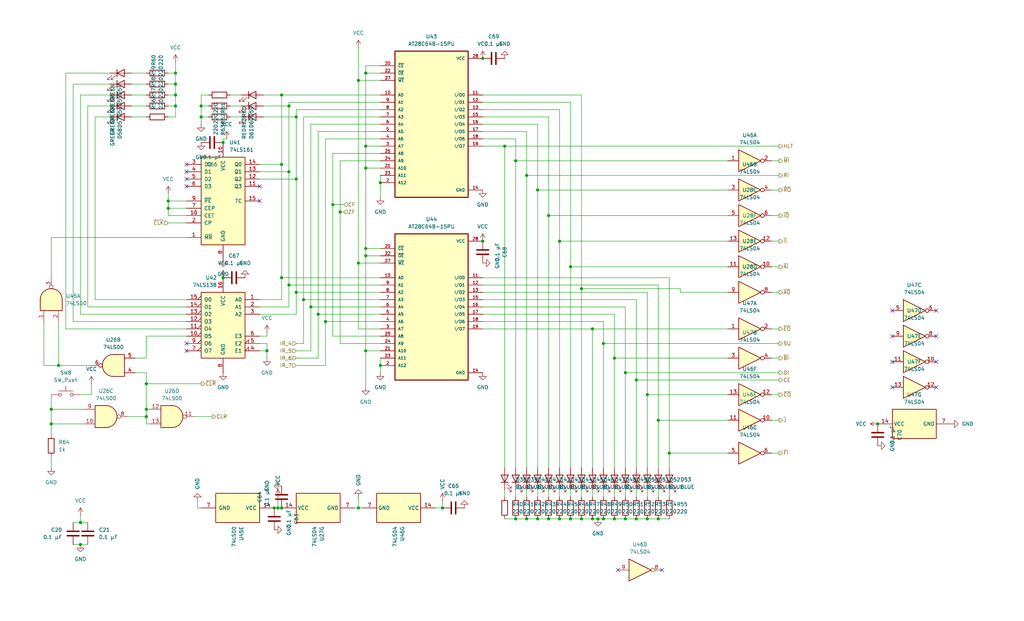
<source format=kicad_sch>
(kicad_sch (version 20250114) (generator "eeschema") (generator_version "9.0")
  (paper "USLegal")
  (junction (at 213.36 180.34))
  (junction (at 100.33 99.06))
  (junction (at 194.31 83.82))
  (junction (at 60.96 29.21))
  (junction (at 58.42 69.85))
  (junction (at 201.93 100.33))
  (junction (at 102.87 101.6))
  (junction (at 167.64 83.82))
  (junction (at 100.33 59.69))
  (junction (at 97.79 57.15))
  (junction (at 102.87 40.64))
  (junction (at 124.46 176.53))
  (junction (at 20.32 127))
  (junction (at 127 86.36))
  (junction (at 190.5 74.93))
  (junction (at 118.11 73.66))
  (junction (at 186.69 180.34))
  (junction (at 232.41 157.48))
  (junction (at 17.78 142.24))
  (junction (at 205.74 114.3))
  (junction (at 95.25 176.53))
  (junction (at 124.46 91.44))
  (junction (at 201.93 180.34))
  (junction (at 127 121.92))
  (junction (at 113.03 111.76))
  (junction (at 228.6 146.05))
  (junction (at 96.52 176.53))
  (junction (at 182.88 60.96))
  (junction (at 69.85 36.83))
  (junction (at 102.87 62.23))
  (junction (at 198.12 180.34))
  (junction (at 182.88 180.34))
  (junction (at 60.96 33.02))
  (junction (at 205.74 180.34))
  (junction (at 92.71 121.92))
  (junction (at 69.85 40.64))
  (junction (at 179.07 55.88))
  (junction (at 179.07 180.34))
  (junction (at 190.5 180.34))
  (junction (at 186.69 66.04))
  (junction (at 209.55 180.34))
  (junction (at 77.47 96.52))
  (junction (at 228.6 180.34))
  (junction (at 27.94 181.61))
  (junction (at 224.79 180.34))
  (junction (at 110.49 109.22))
  (junction (at 60.96 25.4))
  (junction (at 175.26 50.8))
  (junction (at 115.57 71.12))
  (junction (at 217.17 180.34))
  (junction (at 127 25.4))
  (junction (at 50.8 133.35))
  (junction (at 17.78 147.32))
  (junction (at 304.8 147.32))
  (junction (at 220.98 180.34))
  (junction (at 50.8 142.24))
  (junction (at 97.79 96.52))
  (junction (at 213.36 124.46))
  (junction (at 167.64 20.32))
  (junction (at 60.96 36.83))
  (junction (at 97.79 33.02))
  (junction (at 105.41 104.14))
  (junction (at 50.8 144.78))
  (junction (at 132.08 127))
  (junction (at 97.79 176.53))
  (junction (at 224.79 137.16))
  (junction (at 107.95 106.68))
  (junction (at 100.33 36.83))
  (junction (at 27.94 189.23))
  (junction (at 127 88.9))
  (junction (at 124.46 27.94))
  (junction (at 77.47 49.53))
  (junction (at 207.6408 180.34))
  (junction (at 127 50.8))
  (junction (at 209.55 119.38))
  (junction (at 153.67 176.53))
  (junction (at 220.98 132.08))
  (junction (at 127 58.42))
  (junction (at 217.17 129.54))
  (junction (at 132.08 63.5))
  (junction (at 198.12 92.71))
  (junction (at 194.31 180.34))
  (junction (at 58.42 72.39))
  (no_connect (at 325.12 125.73))
  (no_connect (at 309.88 125.73))
  (no_connect (at 64.77 121.92))
  (no_connect (at 229.87 198.12))
  (no_connect (at 325.12 134.62))
  (no_connect (at 90.17 69.85))
  (no_connect (at 64.77 59.69))
  (no_connect (at 64.77 64.77))
  (no_connect (at 64.77 57.15))
  (no_connect (at 309.88 107.95))
  (no_connect (at 309.88 116.84))
  (no_connect (at 90.17 64.77))
  (no_connect (at 309.88 134.62))
  (no_connect (at 64.77 62.23))
  (no_connect (at 64.77 119.38))
  (no_connect (at 214.63 198.12))
  (no_connect (at 325.12 107.95))
  (no_connect (at 325.12 116.84))
  (wire (pts (xy 90.17 59.69) (xy 100.33 59.69)))
  (wire (pts (xy 132.08 48.26) (xy 113.03 48.26)))
  (wire (pts (xy 228.6 99.06) (xy 228.6 146.05)))
  (wire (pts (xy 151.13 176.53) (xy 153.67 176.53)))
  (wire (pts (xy 201.93 100.33) (xy 236.22 100.33)))
  (wire (pts (xy 115.57 71.12) (xy 119.38 71.12)))
  (wire (pts (xy 186.69 43.18) (xy 186.69 66.04)))
  (wire (pts (xy 60.96 33.02) (xy 60.96 36.83)))
  (wire (pts (xy 50.8 129.54) (xy 46.99 129.54)))
  (wire (pts (xy 198.12 92.71) (xy 252.73 92.71)))
  (wire (pts (xy 224.79 170.18) (xy 224.79 172.72)))
  (wire (pts (xy 45.72 25.4) (xy 50.8 25.4)))
  (wire (pts (xy 201.93 170.18) (xy 201.93 172.72)))
  (wire (pts (xy 80.01 33.02) (xy 83.82 33.02)))
  (wire (pts (xy 132.08 63.5) (xy 132.08 68.58)))
  (wire (pts (xy 110.49 45.72) (xy 132.08 45.72)))
  (wire (pts (xy 22.86 114.3) (xy 22.86 25.4)))
  (wire (pts (xy 167.64 50.8) (xy 175.26 50.8)))
  (wire (pts (xy 267.97 74.93) (xy 270.51 74.93)))
  (wire (pts (xy 190.5 74.93) (xy 190.5 162.56)))
  (wire (pts (xy 232.41 170.18) (xy 232.41 172.72)))
  (wire (pts (xy 102.87 109.22) (xy 102.87 101.6)))
  (wire (pts (xy 25.4 189.23) (xy 27.94 189.23)))
  (wire (pts (xy 209.55 180.34) (xy 213.36 180.34)))
  (wire (pts (xy 132.08 121.92) (xy 127 121.92)))
  (wire (pts (xy 267.97 137.16) (xy 270.51 137.16)))
  (wire (pts (xy 17.78 142.24) (xy 17.78 147.32)))
  (wire (pts (xy 267.97 83.82) (xy 270.51 83.82)))
  (wire (pts (xy 64.77 104.14) (xy 33.02 104.14)))
  (wire (pts (xy 220.98 170.18) (xy 220.98 172.72)))
  (wire (pts (xy 102.87 38.1) (xy 102.87 40.64)))
  (wire (pts (xy 267.97 66.04) (xy 270.51 66.04)))
  (wire (pts (xy 100.33 106.68) (xy 100.33 99.06)))
  (wire (pts (xy 232.41 96.52) (xy 167.64 96.52)))
  (wire (pts (xy 224.79 101.6) (xy 167.64 101.6)))
  (wire (pts (xy 252.73 137.16) (xy 224.79 137.16)))
  (wire (pts (xy 105.41 119.38) (xy 105.41 104.14)))
  (wire (pts (xy 220.98 180.34) (xy 224.79 180.34)))
  (wire (pts (xy 217.17 180.34) (xy 220.98 180.34)))
  (wire (pts (xy 209.55 170.18) (xy 209.55 172.72)))
  (wire (pts (xy 127 22.86) (xy 127 25.4)))
  (wire (pts (xy 190.5 180.34) (xy 194.31 180.34)))
  (wire (pts (xy 228.6 180.34) (xy 232.41 180.34)))
  (wire (pts (xy 179.07 170.18) (xy 179.07 172.72)))
  (wire (pts (xy 186.69 66.04) (xy 186.69 162.56)))
  (wire (pts (xy 69.85 176.53) (xy 68.58 176.53)))
  (wire (pts (xy 132.08 91.44) (xy 124.46 91.44)))
  (wire (pts (xy 132.08 60.96) (xy 132.08 63.5)))
  (wire (pts (xy 179.07 180.34) (xy 182.88 180.34)))
  (wire (pts (xy 91.44 40.64) (xy 102.87 40.64)))
  (wire (pts (xy 64.77 74.93) (xy 58.42 74.93)))
  (wire (pts (xy 167.64 104.14) (xy 220.98 104.14)))
  (wire (pts (xy 17.78 96.52) (xy 17.78 82.55)))
  (wire (pts (xy 252.73 146.05) (xy 228.6 146.05)))
  (wire (pts (xy 58.42 69.85) (xy 64.77 69.85)))
  (wire (pts (xy 38.1 36.83) (xy 30.48 36.83)))
  (wire (pts (xy 118.11 119.38) (xy 132.08 119.38)))
  (wire (pts (xy 217.17 106.68) (xy 167.64 106.68)))
  (wire (pts (xy 132.08 27.94) (xy 124.46 27.94)))
  (wire (pts (xy 115.57 116.84) (xy 115.57 71.12)))
  (wire (pts (xy 213.36 124.46) (xy 213.36 162.56)))
  (wire (pts (xy 52.07 147.32) (xy 50.8 147.32)))
  (wire (pts (xy 132.08 116.84) (xy 115.57 116.84)))
  (wire (pts (xy 167.64 48.26) (xy 179.07 48.26)))
  (wire (pts (xy 50.8 124.46) (xy 46.99 124.46)))
  (wire (pts (xy 198.12 180.34) (xy 201.93 180.34)))
  (wire (pts (xy 113.03 111.76) (xy 132.08 111.76)))
  (wire (pts (xy 167.64 43.18) (xy 186.69 43.18)))
  (wire (pts (xy 58.42 72.39) (xy 64.77 72.39)))
  (wire (pts (xy 27.94 189.23) (xy 30.48 189.23)))
  (wire (pts (xy 102.87 124.46) (xy 110.49 124.46)))
  (wire (pts (xy 220.98 104.14) (xy 220.98 132.08)))
  (wire (pts (xy 175.26 170.18) (xy 175.26 172.72)))
  (wire (pts (xy 201.93 180.34) (xy 205.74 180.34)))
  (wire (pts (xy 17.78 147.32) (xy 17.78 151.13)))
  (wire (pts (xy 198.12 92.71) (xy 198.12 35.56)))
  (wire (pts (xy 20.32 127) (xy 31.75 127)))
  (wire (pts (xy 182.88 45.72) (xy 182.88 60.96)))
  (wire (pts (xy 92.71 121.92) (xy 92.71 124.46)))
  (wire (pts (xy 267.97 157.48) (xy 270.51 157.48)))
  (wire (pts (xy 167.64 114.3) (xy 205.74 114.3)))
  (wire (pts (xy 60.96 21.59) (xy 60.96 25.4)))
  (wire (pts (xy 90.17 119.38) (xy 92.71 119.38)))
  (wire (pts (xy 50.8 142.24) (xy 52.07 142.24)))
  (wire (pts (xy 198.12 35.56) (xy 167.64 35.56)))
  (wire (pts (xy 30.48 106.68) (xy 64.77 106.68)))
  (wire (pts (xy 252.73 124.46) (xy 213.36 124.46)))
  (wire (pts (xy 118.11 73.66) (xy 118.11 119.38)))
  (wire (pts (xy 132.08 86.36) (xy 127 86.36)))
  (wire (pts (xy 27.94 33.02) (xy 38.1 33.02)))
  (wire (pts (xy 182.88 170.18) (xy 182.88 172.72)))
  (wire (pts (xy 132.08 114.3) (xy 124.46 114.3)))
  (wire (pts (xy 50.8 142.24) (xy 50.8 144.78)))
  (wire (pts (xy 132.08 88.9) (xy 127 88.9)))
  (wire (pts (xy 72.39 33.02) (xy 69.85 33.02)))
  (wire (pts (xy 50.8 116.84) (xy 50.8 124.46)))
  (wire (pts (xy 190.5 40.64) (xy 190.5 74.93)))
  (wire (pts (xy 132.08 38.1) (xy 102.87 38.1)))
  (wire (pts (xy 27.94 137.16) (xy 31.75 137.16)))
  (wire (pts (xy 228.6 146.05) (xy 228.6 162.56)))
  (wire (pts (xy 100.33 99.06) (xy 100.33 59.69)))
  (wire (pts (xy 132.08 99.06) (xy 100.33 99.06)))
  (wire (pts (xy 267.97 124.46) (xy 270.51 124.46)))
  (wire (pts (xy 27.94 181.61) (xy 25.4 181.61)))
  (wire (pts (xy 90.17 116.84) (xy 92.71 116.84)))
  (wire (pts (xy 60.96 25.4) (xy 60.96 29.21)))
  (wire (pts (xy 90.17 121.92) (xy 92.71 121.92)))
  (wire (pts (xy 125.73 176.53) (xy 124.46 176.53)))
  (wire (pts (xy 25.4 111.76) (xy 64.77 111.76)))
  (wire (pts (xy 209.55 111.76) (xy 209.55 119.38)))
  (wire (pts (xy 27.94 109.22) (xy 27.94 33.02)))
  (wire (pts (xy 270.51 119.38) (xy 209.55 119.38)))
  (wire (pts (xy 105.41 104.14) (xy 105.41 40.64)))
  (wire (pts (xy 267.97 92.71) (xy 270.51 92.71)))
  (wire (pts (xy 252.73 55.88) (xy 179.07 55.88)))
  (wire (pts (xy 198.12 170.18) (xy 198.12 172.72)))
  (wire (pts (xy 96.52 176.53) (xy 96.52 172.72)))
  (wire (pts (xy 15.24 127) (xy 20.32 127)))
  (wire (pts (xy 17.78 158.75) (xy 17.78 162.56)))
  (wire (pts (xy 102.87 101.6) (xy 132.08 101.6)))
  (wire (pts (xy 127 58.42) (xy 132.08 58.42)))
  (wire (pts (xy 90.17 106.68) (xy 100.33 106.68)))
  (wire (pts (xy 33.02 40.64) (xy 38.1 40.64)))
  (wire (pts (xy 153.67 176.53) (xy 153.67 173.99)))
  (wire (pts (xy 127 58.42) (xy 127 86.36)))
  (wire (pts (xy 97.79 33.02) (xy 97.79 57.15)))
  (wire (pts (xy 252.73 74.93) (xy 190.5 74.93)))
  (wire (pts (xy 30.48 36.83) (xy 30.48 106.68)))
  (wire (pts (xy 80.01 40.64) (xy 83.82 40.64)))
  (wire (pts (xy 50.8 144.78) (xy 50.8 147.32)))
  (wire (pts (xy 201.93 100.33) (xy 201.93 162.56)))
  (wire (pts (xy 220.98 132.08) (xy 220.98 162.56)))
  (wire (pts (xy 123.19 176.53) (xy 124.46 176.53)))
  (wire (pts (xy 132.08 104.14) (xy 105.41 104.14)))
  (wire (pts (xy 110.49 109.22) (xy 110.49 45.72)))
  (wire (pts (xy 97.79 57.15) (xy 97.79 96.52)))
  (wire (pts (xy 15.24 127) (xy 15.24 111.76)))
  (wire (pts (xy 167.64 38.1) (xy 194.31 38.1)))
  (wire (pts (xy 69.85 33.02) (xy 69.85 36.83)))
  (wire (pts (xy 115.57 71.12) (xy 115.57 53.34)))
  (wire (pts (xy 127 25.4) (xy 127 50.8)))
  (wire (pts (xy 17.78 137.16) (xy 17.78 142.24)))
  (wire (pts (xy 267.97 114.3) (xy 270.51 114.3)))
  (wire (pts (xy 132.08 109.22) (xy 110.49 109.22)))
  (wire (pts (xy 132.08 25.4) (xy 127 25.4)))
  (wire (pts (xy 58.42 40.64) (xy 60.96 40.64)))
  (wire (pts (xy 167.64 33.02) (xy 201.93 33.02)))
  (wire (pts (xy 124.46 176.53) (xy 124.46 172.72)))
  (wire (pts (xy 267.97 146.05) (xy 270.51 146.05)))
  (wire (pts (xy 45.72 40.64) (xy 50.8 40.64)))
  (wire (pts (xy 102.87 121.92) (xy 107.95 121.92)))
  (wire (pts (xy 232.41 157.48) (xy 232.41 96.52)))
  (wire (pts (xy 60.96 36.83) (xy 60.96 40.64)))
  (wire (pts (xy 96.52 176.53) (xy 95.25 176.53)))
  (wire (pts (xy 217.17 162.56) (xy 217.17 129.54)))
  (wire (pts (xy 270.51 60.96) (xy 182.88 60.96)))
  (wire (pts (xy 27.94 181.61) (xy 27.94 179.07)))
  (wire (pts (xy 252.73 66.04) (xy 186.69 66.04)))
  (wire (pts (xy 100.33 35.56) (xy 100.33 36.83)))
  (wire (pts (xy 132.08 127) (xy 132.08 129.54)))
  (wire (pts (xy 167.64 99.06) (xy 228.6 99.06)))
  (wire (pts (xy 205.74 114.3) (xy 205.74 162.56)))
  (wire (pts (xy 205.74 170.18) (xy 205.74 172.72)))
  (wire (pts (xy 80.01 36.83) (xy 83.82 36.83)))
  (wire (pts (xy 58.42 77.47) (xy 64.77 77.47)))
  (wire (pts (xy 78.74 48.26) (xy 77.47 48.26)))
  (wire (pts (xy 217.17 129.54) (xy 270.51 129.54)))
  (wire (pts (xy 91.44 33.02) (xy 97.79 33.02)))
  (wire (pts (xy 179.07 55.88) (xy 179.07 162.56)))
  (wire (pts (xy 127 50.8) (xy 127 58.42)))
  (wire (pts (xy 69.85 36.83) (xy 72.39 36.83)))
  (wire (pts (xy 69.85 36.83) (xy 69.85 40.64)))
  (wire (pts (xy 113.03 48.26) (xy 113.03 111.76)))
  (wire (pts (xy 252.73 101.6) (xy 236.22 101.6)))
  (wire (pts (xy 58.42 72.39) (xy 58.42 69.85)))
  (wire (pts (xy 100.33 36.83) (xy 100.33 59.69)))
  (wire (pts (xy 107.95 121.92) (xy 107.95 106.68)))
  (wire (pts (xy 100.33 35.56) (xy 132.08 35.56)))
  (wire (pts (xy 90.17 104.14) (xy 97.79 104.14)))
  (wire (pts (xy 209.55 119.38) (xy 209.55 162.56)))
  (wire (pts (xy 45.72 33.02) (xy 50.8 33.02)))
  (wire (pts (xy 194.31 180.34) (xy 198.12 180.34)))
  (wire (pts (xy 224.79 137.16) (xy 224.79 162.56)))
  (wire (pts (xy 33.02 104.14) (xy 33.02 40.64)))
  (wire (pts (xy 213.36 170.18) (xy 213.36 172.72)))
  (wire (pts (xy 27.94 181.61) (xy 30.48 181.61)))
  (wire (pts (xy 201.93 33.02) (xy 201.93 100.33)))
  (wire (pts (xy 190.5 170.18) (xy 190.5 172.72)))
  (wire (pts (xy 58.42 33.02) (xy 60.96 33.02)))
  (wire (pts (xy 194.31 83.82) (xy 252.73 83.82)))
  (wire (pts (xy 64.77 114.3) (xy 22.86 114.3)))
  (wire (pts (xy 232.41 162.56) (xy 232.41 157.48)))
  (wire (pts (xy 232.41 157.48) (xy 252.73 157.48)))
  (wire (pts (xy 127 121.92) (xy 127 134.62)))
  (wire (pts (xy 50.8 129.54) (xy 50.8 133.35)))
  (wire (pts (xy 167.64 109.22) (xy 213.36 109.22)))
  (wire (pts (xy 97.79 96.52) (xy 132.08 96.52)))
  (wire (pts (xy 91.44 36.83) (xy 100.33 36.83)))
  (wire (pts (xy 113.03 127) (xy 113.03 111.76)))
  (wire (pts (xy 115.57 53.34) (xy 132.08 53.34)))
  (wire (pts (xy 224.79 180.34) (xy 228.6 180.34)))
  (wire (pts (xy 124.46 16.51) (xy 124.46 27.94)))
  (wire (pts (xy 58.42 69.85) (xy 58.42 67.31)))
  (wire (pts (xy 127 86.36) (xy 127 88.9)))
  (wire (pts (xy 132.08 55.88) (xy 118.11 55.88)))
  (wire (pts (xy 22.86 25.4) (xy 38.1 25.4)))
  (wire (pts (xy 224.79 101.6) (xy 224.79 137.16)))
  (wire (pts (xy 217.17 170.18) (xy 217.17 172.72)))
  (wire (pts (xy 67.31 144.78) (xy 73.66 144.78)))
  (wire (pts (xy 25.4 29.21) (xy 25.4 111.76)))
  (wire (pts (xy 90.17 57.15) (xy 97.79 57.15)))
  (wire (pts (xy 29.21 142.24) (xy 17.78 142.24)))
  (wire (pts (xy 118.11 73.66) (xy 119.38 73.66)))
  (wire (pts (xy 207.6408 180.34) (xy 209.55 180.34)))
  (wire (pts (xy 102.87 62.23) (xy 102.87 101.6)))
  (wire (pts (xy 90.17 109.22) (xy 102.87 109.22)))
  (wire (pts (xy 58.42 29.21) (xy 60.96 29.21)))
  (wire (pts (xy 194.31 38.1) (xy 194.31 83.82)))
  (wire (pts (xy 213.36 109.22) (xy 213.36 124.46)))
  (wire (pts (xy 58.42 74.93) (xy 58.42 72.39)))
  (wire (pts (xy 50.8 133.35) (xy 50.8 142.24)))
  (wire (pts (xy 190.5 40.64) (xy 167.64 40.64)))
  (wire (pts (xy 69.85 133.35) (xy 50.8 133.35)))
  (wire (pts (xy 213.36 180.34) (xy 217.17 180.34)))
  (wire (pts (xy 92.71 116.84) (xy 92.71 115.57)))
  (wire (pts (xy 107.95 106.68) (xy 132.08 106.68)))
  (wire (pts (xy 198.12 92.71) (xy 198.12 162.56)))
  (wire (pts (xy 45.72 29.21) (xy 50.8 29.21)))
  (wire (pts (xy 102.87 40.64) (xy 102.87 62.23)))
  (wire (pts (xy 217.17 129.54) (xy 217.17 106.68)))
  (wire (pts (xy 68.58 176.53) (xy 68.58 173.99)))
  (wire (pts (xy 58.42 36.83) (xy 60.96 36.83)))
  (wire (pts (xy 20.32 111.76) (xy 20.32 127)))
  (wire (pts (xy 102.87 119.38) (xy 105.41 119.38)))
  (wire (pts (xy 132.08 124.46) (xy 132.08 127)))
  (wire (pts (xy 124.46 27.94) (xy 124.46 91.44)))
  (wire (pts (xy 110.49 124.46) (xy 110.49 109.22)))
  (wire (pts (xy 132.08 33.02) (xy 97.79 33.02)))
  (wire (pts (xy 182.88 180.34) (xy 186.69 180.34)))
  (wire (pts (xy 179.07 48.26) (xy 179.07 55.88)))
  (wire (pts (xy 118.11 55.88) (xy 118.11 73.66)))
  (wire (pts (xy 175.26 180.34) (xy 179.07 180.34)))
  (wire (pts (xy 105.41 40.64) (xy 132.08 40.64)))
  (wire (pts (xy 58.42 25.4) (xy 60.96 25.4)))
  (wire (pts (xy 77.47 48.26) (xy 77.47 49.53)))
  (wire (pts (xy 209.55 111.76) (xy 167.64 111.76)))
  (wire (pts (xy 186.69 180.34) (xy 190.5 180.34)))
  (wire (pts (xy 252.73 114.3) (xy 205.74 114.3)))
  (wire (pts (xy 102.87 127) (xy 113.03 127)))
  (wire (pts (xy 44.45 144.78) (xy 50.8 144.78)))
  (wire (pts (xy 132.08 50.8) (xy 127 50.8)))
  (wire (pts (xy 45.72 36.83) (xy 50.8 36.83)))
  (wire (pts (xy 205.74 180.34) (xy 207.6408 180.34)))
  (wire (pts (xy 31.75 137.16) (xy 31.75 133.35)))
  (wire (pts (xy 38.1 29.21) (xy 25.4 29.21)))
  (wire (pts (xy 107.95 43.18) (xy 107.95 106.68)))
  (wire (pts (xy 194.31 170.18) (xy 194.31 172.72)))
  (wire (pts (xy 186.69 170.18) (xy 186.69 172.72)))
  (wire (pts (xy 17.78 147.32) (xy 29.21 147.32)))
  (wire (pts (xy 92.71 119.38) (xy 92.71 121.92)))
  (wire (pts (xy 132.08 43.18) (xy 107.95 43.18)))
  (wire (pts (xy 124.46 114.3) (xy 124.46 91.44)))
  (wire (pts (xy 175.26 50.8) (xy 270.51 50.8)))
  (wire (pts (xy 175.26 50.8) (xy 175.26 162.56)))
  (wire (pts (xy 17.78 82.55) (xy 64.77 82.55)))
  (wire (pts (xy 228.6 170.18) (xy 228.6 172.72)))
  (wire (pts (xy 97.79 176.53) (xy 96.52 176.53)))
  (wire (pts (xy 132.08 22.86) (xy 127 22.86)))
  (wire (pts (xy 97.79 104.14) (xy 97.79 96.52)))
  (wire (pts (xy 182.88 45.72) (xy 167.64 45.72)))
  (wire (pts (xy 182.88 60.96) (xy 182.88 162.56)))
  (wire (pts (xy 69.85 40.64) (xy 72.39 40.64)))
  (wire (pts (xy 64.77 116.84) (xy 50.8 116.84)))
  (wire (pts (xy 267.97 101.6) (xy 270.51 101.6)))
  (wire (pts (xy 267.97 55.88) (xy 270.51 55.88)))
  (wire (pts (xy 236.22 101.6) (xy 236.22 100.33)))
  (wire (pts (xy 127 88.9) (xy 127 121.92)))
  (wire (pts (xy 270.51 132.08) (xy 220.98 132.08)))
  (wire (pts (xy 194.31 83.82) (xy 194.31 162.56)))
  (wire (pts (xy 64.77 109.22) (xy 27.94 109.22)))
  (wire (pts (xy 90.17 62.23) (xy 102.87 62.23)))
  (wire (pts (xy 60.96 29.21) (xy 60.96 33.02)))
  (wire (pts (xy 69.85 40.64) (xy 69.85 43.18)))
  (hierarchical_label "HLT" (shape output) (at 270.51 50.8 0))
  (hierarchical_label "CE" (shape output) (at 270.51 132.08 0))
  (hierarchical_label "~{FI}" (shape output) (at 270.51 157.48 0))
  (hierarchical_label "SU" (shape output) (at 270.51 119.38 0))
  (hierarchical_label "~{CO}" (shape output) (at 270.51 137.16 0))
  (hierarchical_label "~{EO}" (shape output) (at 270.51 114.3 0))
  (hierarchical_label "~{II}" (shape output) (at 270.51 83.82 0))
  (hierarchical_label "OI" (shape output) (at 270.51 129.54 0))
  (hierarchical_label "~{IO}" (shape output) (at 270.51 74.93 0))
  (hierarchical_label "IR_5" (shape input) (at 102.87 121.92 180))
  (hierarchical_label "~{CLK}" (shape input) (at 58.42 77.47 180))
  (hierarchical_label "~{MI}" (shape output) (at 270.51 55.88 0))
  (hierarchical_label "~{RO}" (shape output) (at 270.51 66.04 0))
  (hierarchical_label "~{BI}" (shape output) (at 270.51 124.46 0))
  (hierarchical_label "~{CLR}" (shape output) (at 69.85 133.35 0))
  (hierarchical_label "IR_7" (shape input) (at 102.87 127 180))
  (hierarchical_label "CF" (shape input) (at 119.38 71.12 0))
  (hierarchical_label "IR_6" (shape input) (at 102.87 124.46 180))
  (hierarchical_label "RI" (shape output) (at 270.51 60.96 0))
  (hierarchical_label "~{AO}" (shape output) (at 270.51 101.6 0))
  (hierarchical_label "IR_4" (shape input) (at 102.87 119.38 180))
  (hierarchical_label "~{J}" (shape output) (at 270.51 146.05 0))
  (hierarchical_label "CLR" (shape output) (at 73.66 144.78 0))
  (hierarchical_label "ZF" (shape input) (at 119.38 73.66 0))
  (hierarchical_label "~{AI}" (shape output) (at 270.51 92.71 0))
  (symbol (lib_id "74xx:74LS04") (at 260.35 92.71 0) (unit 5)
    (property "Reference" "U28" (at 260.35 83.82 0))
    (property "Value" "74LS04" (at 260.35 86.36 0))
    (property "Footprint" "Custom:N14" (effects (hide yes)))
    (property "Datasheet" "http://www.ti.com/lit/gpn/sn74LS04" (effects (hide yes)))
    (property "Description" "Hex Inverter" (effects (hide yes)))
  )
  (symbol (lib_id "Device:C") (at 167.64 87.63 0) (unit 1)
    (property "Reference" "C68" (at 175.26 87.63 90))
    (property "Value" "0.1 µF" (at 172.72 87.63 90))
    (property "Footprint" "Capacitor_THT:C_Radial_D5.0mm_H5.0mm_P2.00mm" (effects (hide yes)))
    (property "Description" "Unpolarized capacitor" (effects (hide yes)))
  )
  (symbol (lib_id "power:GND") (at 127 134.62 0) (unit 1)
    (property "Reference" "#PWR081" (effects (hide yes)))
    (property "Value" "GND" (at 127 139.7 0))
    (property "Description" "Power symbol creates a global label with name \"GND\" , ground" (effects (hide yes)))
  )
  (symbol (lib_id "Device:LED") (at 41.91 25.4 0) (unit 1)
    (property "Reference" "D54" (at 41.5926 29.21 90) (effects (justify right)))
    (property "Value" "GREEN" (at 39.0526 29.21 90) (effects (justify right)))
    (property "Footprint" "LED_THT:LED_D3.0mm" (effects (hide yes)))
    (property "Description" "Light emitting diode" (effects (hide yes)))
    (property "Sim.Pins" "1=K 2=A" (effects (hide yes)))
  )
  (symbol (lib_id "Device:LED") (at 41.91 36.83 0) (unit 1)
    (property "Reference" "D57" (at 41.5926 40.64 90) (effects (justify right)))
    (property "Value" "GREEN" (at 39.0526 40.64 90) (effects (justify right)))
    (property "Footprint" "LED_THT:LED_D3.0mm" (effects (hide yes)))
    (property "Description" "Light emitting diode" (effects (hide yes)))
    (property "Sim.Pins" "1=K 2=A" (effects (hide yes)))
  )
  (symbol (lib_id "Device:LED") (at 224.79 166.37 90) (unit 1)
    (property "Reference" "D51" (at 228.6 166.6874 90) (effects (justify right)))
    (property "Value" "BLUE" (at 228.6 169.2274 90) (effects (justify right)))
    (property "Footprint" "LED_THT:LED_D3.0mm" (effects (hide yes)))
    (property "Description" "Light emitting diode" (effects (hide yes)))
    (property "Sim.Pins" "1=K 2=A" (effects (hide yes)))
  )
  (symbol (lib_id "Device:R") (at 217.17 176.53 0) (unit 1)
    (property "Reference" "R51" (at 219.71 175.2599 0) (effects (justify left)))
    (property "Value" "220" (at 219.71 177.7999 0) (effects (justify left)))
    (property "Footprint" "Resistor_THT:R_Axial_DIN0207_L6.3mm_D2.5mm_P7.62mm_Horizontal" (effects (hide yes)))
    (property "Description" "Resistor" (effects (hide yes)))
  )
  (symbol (lib_id "74xx:74LS04") (at 222.25 198.12 0) (unit 4)
    (property "Reference" "U46" (at 222.25 189.23 0))
    (property "Value" "74LS04" (at 222.25 191.77 0))
    (property "Footprint" "Custom:N14" (effects (hide yes)))
    (property "Datasheet" "http://www.ti.com/lit/gpn/sn74LS04" (effects (hide yes)))
    (property "Description" "Hex Inverter" (effects (hide yes)))
  )
  (symbol (lib_id "74xx:74LS00") (at 36.83 144.78 0) (unit 3)
    (property "Reference" "U26" (at 36.8217 135.89 0))
    (property "Value" "74LS00" (at 36.8217 138.43 0))
    (property "Footprint" "Custom:N14" (effects (hide yes)))
    (property "Datasheet" "http://www.ti.com/lit/gpn/sn74ls00" (effects (hide yes)))
    (property "Description" "quad 2-input NAND gate" (effects (hide yes)))
  )
  (symbol (lib_id "Device:R") (at 186.69 176.53 0) (unit 1)
    (property "Reference" "R43" (at 189.23 175.2599 0) (effects (justify left)))
    (property "Value" "220" (at 189.23 177.7999 0) (effects (justify left)))
    (property "Footprint" "Resistor_THT:R_Axial_DIN0207_L6.3mm_D2.5mm_P7.62mm_Horizontal" (effects (hide yes)))
    (property "Description" "Resistor" (effects (hide yes)))
  )
  (symbol (lib_id "Device:R") (at 54.61 40.64 90) (unit 1)
    (property "Reference" "R56" (at 53.3399 38.1 0) (effects (justify left)))
    (property "Value" "220" (at 55.8799 38.1 0) (effects (justify left)))
    (property "Footprint" "Resistor_THT:R_Axial_DIN0207_L6.3mm_D2.5mm_P7.62mm_Horizontal" (effects (hide yes)))
    (property "Description" "Resistor" (effects (hide yes)))
  )
  (symbol (lib_id "power:VCC") (at 78.74 48.26 0) (unit 1)
    (property "Reference" "#PWR0161" (effects (hide yes)))
    (property "Value" "VCC" (at 78.74 43.18 0))
    (property "Description" "Power symbol creates a global label with name \"VCC\"" (effects (hide yes)))
  )
  (symbol (lib_id "power:GND") (at 167.64 129.54 0) (unit 1)
    (property "Reference" "#PWR096" (effects (hide yes)))
    (property "Value" "GND" (at 167.64 134.62 0))
    (property "Description" "Power symbol creates a global label with name \"GND\" , ground" (effects (hide yes)))
  )
  (symbol (lib_name "VCC_1") (lib_id "power:VCC") (at 60.96 21.59 0) (unit 1)
    (property "Reference" "#PWR086" (effects (hide yes)))
    (property "Value" "VCC" (at 60.96 16.51 0))
    (property "Description" "Power symbol creates a global label with name \"VCC\"" (effects (hide yes)))
  )
  (symbol (lib_id "AT28C64B-15PU:AT28C64B-15PU") (at 149.86 106.68 0) (unit 1)
    (property "Reference" "U44" (at 149.86 76.2 0))
    (property "Value" "AT28C64B-15PU" (at 149.86 78.74 0))
    (property "Footprint" "AT28C64B_15PU:DIP1555W45P254L3733H482Q28" (effects (hide yes)))
    (property "Datasheet" "https://ww1.microchip.com/downloads/en/DeviceDoc/doc0270.pdf" (effects (hide yes)))
    (property "PARTREV" "B" (effects (hide yes)))
    (property "STANDARD" "IPC 7351B" (effects (hide yes)))
    (property "MAXIMUM_PACKAGE_HEIGHT" "4.826 mm" (effects (hide yes)))
    (property "MANUFACTURER" "Microchip Technology" (effects (hide yes)))
  )
  (symbol (lib_id "power:VCC") (at 27.94 179.07 0) (unit 1)
    (property "Reference" "#PWR079" (effects (hide yes)))
    (property "Value" "VCC" (at 27.94 173.99 0))
    (property "Description" "Power symbol creates a global label with name \"VCC\"" (effects (hide yes)))
  )
  (symbol (lib_id "74xx:74LS04") (at 260.35 101.6 0) (unit 4)
    (property "Reference" "U28" (at 260.35 92.71 0))
    (property "Value" "74LS04" (at 260.35 95.25 0))
    (property "Footprint" "Custom:N14" (effects (hide yes)))
    (property "Datasheet" "http://www.ti.com/lit/gpn/sn74LS04" (effects (hide yes)))
    (property "Description" "Hex Inverter" (effects (hide yes)))
  )
  (symbol (lib_id "Device:LED") (at 228.6 166.37 90) (unit 1)
    (property "Reference" "D52" (at 232.41 166.6874 90) (effects (justify right)))
    (property "Value" "BLUE" (at 232.41 169.2274 90) (effects (justify right)))
    (property "Footprint" "LED_THT:LED_D3.0mm" (effects (hide yes)))
    (property "Description" "Light emitting diode" (effects (hide yes)))
    (property "Sim.Pins" "1=K 2=A" (effects (hide yes)))
  )
  (symbol (lib_id "Device:R") (at 224.79 176.53 0) (unit 1)
    (property "Reference" "R53" (at 227.33 175.2599 0) (effects (justify left)))
    (property "Value" "220" (at 227.33 177.7999 0) (effects (justify left)))
    (property "Footprint" "Resistor_THT:R_Axial_DIN0207_L6.3mm_D2.5mm_P7.62mm_Horizontal" (effects (hide yes)))
    (property "Description" "Resistor" (effects (hide yes)))
  )
  (symbol (lib_id "power:GND") (at 175.26 20.32 180) (unit 1)
    (property "Reference" "#PWR0214" (effects (hide yes)))
    (property "Value" "GND" (at 175.26 15.24 0))
    (property "Description" "Power symbol creates a global label with name \"GND\" , ground" (effects (hide yes)))
  )
  (symbol (lib_id "74xx:74LS04") (at 110.49 176.53 90) (unit 7)
    (property "Reference" "U27" (at 111.7601 182.88 0) (effects (justify right)))
    (property "Value" "74LS04" (at 109.2201 182.88 0) (effects (justify right)))
    (property "Footprint" "Custom:N14" (effects (hide yes)))
    (property "Datasheet" "http://www.ti.com/lit/gpn/sn74LS04" (effects (hide yes)))
    (property "Description" "Hex Inverter" (effects (hide yes)))
  )
  (symbol (lib_id "Device:LED") (at 87.63 40.64 0) (unit 1)
    (property "Reference" "D61" (at 87.3126 44.45 90) (effects (justify right)))
    (property "Value" "RED" (at 84.7726 44.45 90) (effects (justify right)))
    (property "Footprint" "LED_THT:LED_D3.0mm" (effects (hide yes)))
    (property "Description" "Light emitting diode" (effects (hide yes)))
    (property "Sim.Pins" "1=K 2=A" (effects (hide yes)))
  )
  (symbol (lib_id "Device:R") (at 54.61 25.4 90) (unit 1)
    (property "Reference" "R60" (at 53.3399 22.86 0) (effects (justify left)))
    (property "Value" "220" (at 55.8799 22.86 0) (effects (justify left)))
    (property "Footprint" "Resistor_THT:R_Axial_DIN0207_L6.3mm_D2.5mm_P7.62mm_Horizontal" (effects (hide yes)))
    (property "Description" "Resistor" (effects (hide yes)))
  )
  (symbol (lib_id "Device:LED") (at 87.63 36.83 0) (unit 1)
    (property "Reference" "D60" (at 87.3126 40.64 90) (effects (justify right)))
    (property "Value" "RED" (at 84.7726 40.64 90) (effects (justify right)))
    (property "Footprint" "LED_THT:LED_D3.0mm" (effects (hide yes)))
    (property "Description" "Light emitting diode" (effects (hide yes)))
    (property "Sim.Pins" "1=K 2=A" (effects (hide yes)))
  )
  (symbol (lib_id "74xx:74LS00") (at 39.37 127 180) (unit 2)
    (property "Reference" "U26" (at 39.3783 118.11 0))
    (property "Value" "74LS00" (at 39.3783 120.65 0))
    (property "Footprint" "Custom:N14" (effects (hide yes)))
    (property "Datasheet" "http://www.ti.com/lit/gpn/sn74ls00" (effects (hide yes)))
    (property "Description" "quad 2-input NAND gate" (effects (hide yes)))
  )
  (symbol (lib_id "Device:LED") (at 182.88 166.37 90) (unit 1)
    (property "Reference" "D40" (at 186.69 166.6874 90) (effects (justify right)))
    (property "Value" "BLUE" (at 186.69 169.2274 90) (effects (justify right)))
    (property "Footprint" "LED_THT:LED_D3.0mm" (effects (hide yes)))
    (property "Description" "Light emitting diode" (effects (hide yes)))
    (property "Sim.Pins" "1=K 2=A" (effects (hide yes)))
  )
  (symbol (lib_id "power:GND") (at 27.94 189.23 0) (unit 1)
    (property "Reference" "#PWR080" (effects (hide yes)))
    (property "Value" "GND" (at 27.94 194.31 0))
    (property "Description" "Power symbol creates a global label with name \"GND\" , ground" (effects (hide yes)))
  )
  (symbol (lib_id "Device:LED") (at 41.91 29.21 0) (unit 1)
    (property "Reference" "D55" (at 41.5926 33.02 90) (effects (justify right)))
    (property "Value" "GREEN" (at 39.0526 33.02 90) (effects (justify right)))
    (property "Footprint" "LED_THT:LED_D3.0mm" (effects (hide yes)))
    (property "Description" "Light emitting diode" (effects (hide yes)))
    (property "Sim.Pins" "1=K 2=A" (effects (hide yes)))
  )
  (symbol (lib_id "Device:LED") (at 41.91 40.64 0) (unit 1)
    (property "Reference" "D58" (at 41.5926 44.45 90) (effects (justify right)))
    (property "Value" "GREEN" (at 39.0526 44.45 90) (effects (justify right)))
    (property "Footprint" "LED_THT:LED_D3.0mm" (effects (hide yes)))
    (property "Description" "Light emitting diode" (effects (hide yes)))
    (property "Sim.Pins" "1=K 2=A" (effects (hide yes)))
  )
  (symbol (lib_id "74xx:74LS04") (at 260.35 137.16 0) (unit 6)
    (property "Reference" "U46" (at 260.35 128.27 0))
    (property "Value" "74LS04" (at 260.35 130.81 0))
    (property "Footprint" "Custom:N14" (effects (hide yes)))
    (property "Datasheet" "http://www.ti.com/lit/gpn/sn74LS04" (effects (hide yes)))
    (property "Description" "Hex Inverter" (effects (hide yes)))
  )
  (symbol (lib_id "power:VCC") (at 167.64 83.82 0) (unit 1)
    (property "Reference" "#PWR099" (effects (hide yes)))
    (property "Value" "VCC" (at 167.64 78.74 0))
    (property "Description" "Power symbol creates a global label with name \"VCC\"" (effects (hide yes)))
  )
  (symbol (lib_id "Device:LED") (at 41.91 33.02 0) (unit 1)
    (property "Reference" "D56" (at 41.5926 36.83 90) (effects (justify right)))
    (property "Value" "GREEN" (at 39.0526 36.83 90) (effects (justify right)))
    (property "Footprint" "LED_THT:LED_D3.0mm" (effects (hide yes)))
    (property "Description" "Light emitting diode" (effects (hide yes)))
    (property "Sim.Pins" "1=K 2=A" (effects (hide yes)))
  )
  (symbol (lib_id "AT28C64B-15PU:AT28C64B-15PU") (at 149.86 43.18 0) (unit 1)
    (property "Reference" "U43" (at 149.86 12.7 0))
    (property "Value" "AT28C64B-15PU" (at 149.86 15.24 0))
    (property "Footprint" "AT28C64B_15PU:DIP1555W45P254L3733H482Q28" (effects (hide yes)))
    (property "Datasheet" "https://ww1.microchip.com/downloads/en/DeviceDoc/doc0270.pdf" (effects (hide yes)))
    (property "PARTREV" "B" (effects (hide yes)))
    (property "STANDARD" "IPC 7351B" (effects (hide yes)))
    (property "MAXIMUM_PACKAGE_HEIGHT" "4.826 mm" (effects (hide yes)))
    (property "MANUFACTURER" "Microchip Technology" (effects (hide yes)))
  )
  (symbol (lib_id "power:VCC") (at 92.71 115.57 0) (unit 1)
    (property "Reference" "#PWR090" (effects (hide yes)))
    (property "Value" "VCC" (at 92.71 110.49 0))
    (property "Description" "Power symbol creates a global label with name \"VCC\"" (effects (hide yes)))
  )
  (symbol (lib_id "Device:R") (at 228.6 176.53 0) (unit 1)
    (property "Reference" "R54" (at 231.14 175.2599 0) (effects (justify left)))
    (property "Value" "220" (at 231.14 177.7999 0) (effects (justify left)))
    (property "Footprint" "Resistor_THT:R_Axial_DIN0207_L6.3mm_D2.5mm_P7.62mm_Horizontal" (effects (hide yes)))
    (property "Description" "Resistor" (effects (hide yes)))
  )
  (symbol (lib_id "Device:R") (at 179.07 176.53 0) (unit 1)
    (property "Reference" "R41" (at 181.61 175.2599 0) (effects (justify left)))
    (property "Value" "220" (at 181.61 177.7999 0) (effects (justify left)))
    (property "Footprint" "Resistor_THT:R_Axial_DIN0207_L6.3mm_D2.5mm_P7.62mm_Horizontal" (effects (hide yes)))
    (property "Description" "Resistor" (effects (hide yes)))
  )
  (symbol (lib_id "74xx:74LS04") (at 317.5 116.84 0) (unit 4)
    (property "Reference" "U47" (at 317.5 107.95 0))
    (property "Value" "74LS04" (at 317.5 110.49 0))
    (property "Footprint" "Custom:N14" (effects (hide yes)))
    (property "Datasheet" "http://www.ti.com/lit/gpn/sn74LS04" (effects (hide yes)))
    (property "Description" "Hex Inverter" (effects (hide yes)))
  )
  (symbol (lib_id "74xx:74LS04") (at 317.5 107.95 0) (unit 3)
    (property "Reference" "U47" (at 317.5 99.06 0))
    (property "Value" "74LS04" (at 317.5 101.6 0))
    (property "Footprint" "Custom:N14" (effects (hide yes)))
    (property "Datasheet" "http://www.ti.com/lit/gpn/sn74LS04" (effects (hide yes)))
    (property "Description" "Hex Inverter" (effects (hide yes)))
  )
  (symbol (lib_id "74xx:74LS04") (at 317.5 125.73 0) (unit 5)
    (property "Reference" "U47" (at 317.5 116.84 0))
    (property "Value" "74LS04" (at 317.5 119.38 0))
    (property "Footprint" "Custom:N14" (effects (hide yes)))
    (property "Datasheet" "http://www.ti.com/lit/gpn/sn74LS04" (effects (hide yes)))
    (property "Description" "Hex Inverter" (effects (hide yes)))
  )
  (symbol (lib_id "74xx:74LS04") (at 317.5 147.32 90) (unit 7)
    (property "Reference" "U47" (at 317.5 137.16 90))
    (property "Value" "74LS04" (at 317.5 139.7 90))
    (property "Footprint" "Custom:N14" (effects (hide yes)))
    (property "Datasheet" "http://www.ti.com/lit/gpn/sn74LS04" (effects (hide yes)))
    (property "Description" "Hex Inverter" (effects (hide yes)))
  )
  (symbol (lib_id "74xx:74LS04") (at 317.5 134.62 0) (unit 6)
    (property "Reference" "U47" (at 317.5 125.73 0))
    (property "Value" "74LS04" (at 317.5 128.27 0))
    (property "Footprint" "Custom:N14" (effects (hide yes)))
    (property "Datasheet" "http://www.ti.com/lit/gpn/sn74LS04" (effects (hide yes)))
    (property "Description" "Hex Inverter" (effects (hide yes)))
  )
  (symbol (lib_id "74xx:74LS04") (at 260.35 124.46 0) (unit 2)
    (property "Reference" "U47" (at 260.35 115.57 0))
    (property "Value" "74LS04" (at 260.35 118.11 0))
    (property "Footprint" "Custom:N14" (effects (hide yes)))
    (property "Datasheet" "http://www.ti.com/lit/gpn/sn74LS04" (effects (hide yes)))
    (property "Description" "Hex Inverter" (effects (hide yes)))
  )
  (symbol (lib_id "74xx:74LS04") (at 260.35 74.93 0) (unit 3)
    (property "Reference" "U28" (at 260.35 66.04 0))
    (property "Value" "74LS04" (at 260.35 68.58 0))
    (property "Footprint" "Custom:N14" (effects (hide yes)))
    (property "Datasheet" "http://www.ti.com/lit/gpn/sn74LS04" (effects (hide yes)))
    (property "Description" "Hex Inverter" (effects (hide yes)))
  )
  (symbol (lib_id "Device:LED") (at 209.55 166.37 90) (unit 1)
    (property "Reference" "D47" (at 213.36 166.6874 90) (effects (justify right)))
    (property "Value" "BLUE" (at 213.36 169.2274 90) (effects (justify right)))
    (property "Footprint" "LED_THT:LED_D3.0mm" (effects (hide yes)))
    (property "Description" "Light emitting diode" (effects (hide yes)))
    (property "Sim.Pins" "1=K 2=A" (effects (hide yes)))
  )
  (symbol (lib_id "Device:LED") (at 217.17 166.37 90) (unit 1)
    (property "Reference" "D49" (at 220.98 166.6874 90) (effects (justify right)))
    (property "Value" "BLUE" (at 220.98 169.2274 90) (effects (justify right)))
    (property "Footprint" "LED_THT:LED_D3.0mm" (effects (hide yes)))
    (property "Description" "Light emitting diode" (effects (hide yes)))
    (property "Sim.Pins" "1=K 2=A" (effects (hide yes)))
  )
  (symbol (lib_id "power:GND") (at 69.85 43.18 0) (unit 1)
    (property "Reference" "#PWR085" (effects (hide yes)))
    (property "Value" "GND" (at 69.85 48.26 0))
    (property "Description" "Power symbol creates a global label with name \"GND\" , ground" (effects (hide yes)))
  )
  (symbol (lib_id "power:GND") (at 124.46 172.72 180) (unit 1)
    (property "Reference" "#PWR094" (effects (hide yes)))
    (property "Value" "GND" (at 124.4601 168.91 90) (effects (justify right)))
    (property "Description" "Power symbol creates a global label with name \"GND\" , ground" (effects (hide yes)))
  )
  (symbol (lib_id "74xx:74LS00") (at 17.78 104.14 90) (unit 1)
    (property "Reference" "U45" (at 22.86 102.8782 90) (effects (justify right)))
    (property "Value" "74LS00" (at 22.86 105.4182 90) (effects (justify right)))
    (property "Footprint" "Custom:N14" (effects (hide yes)))
    (property "Datasheet" "http://www.ti.com/lit/gpn/sn74ls00" (effects (hide yes)))
    (property "Description" "quad 2-input NAND gate" (effects (hide yes)))
  )
  (symbol (lib_id "Device:R") (at 232.41 176.53 0) (unit 1)
    (property "Reference" "R55" (at 234.95 175.2599 0) (effects (justify left)))
    (property "Value" "220" (at 234.95 177.7999 0) (effects (justify left)))
    (property "Footprint" "Resistor_THT:R_Axial_DIN0207_L6.3mm_D2.5mm_P7.62mm_Horizontal" (effects (hide yes)))
    (property "Description" "Resistor" (effects (hide yes)))
  )
  (symbol (lib_id "power:GND") (at 77.47 129.54 0) (unit 1)
    (property "Reference" "#PWR0162" (effects (hide yes)))
    (property "Value" "GND" (at 77.47 134.62 0))
    (property "Description" "Power symbol creates a global label with name \"GND\" , ground" (effects (hide yes)))
  )
  (symbol (lib_id "Device:C") (at 81.28 96.52 90) (unit 1)
    (property "Reference" "C67" (at 81.28 88.9 90))
    (property "Value" "0.1 µF" (at 81.28 91.44 90))
    (property "Footprint" "Capacitor_THT:C_Radial_D5.0mm_H5.0mm_P2.00mm" (effects (hide yes)))
    (property "Description" "Unpolarized capacitor" (effects (hide yes)))
  )
  (symbol (lib_id "Device:R") (at 213.36 176.53 0) (unit 1)
    (property "Reference" "R50" (at 215.9 175.2599 0) (effects (justify left)))
    (property "Value" "220" (at 215.9 177.7999 0) (effects (justify left)))
    (property "Footprint" "Resistor_THT:R_Axial_DIN0207_L6.3mm_D2.5mm_P7.62mm_Horizontal" (effects (hide yes)))
    (property "Description" "Resistor" (effects (hide yes)))
  )
  (symbol (lib_id "74xx:74LS161") (at 77.47 69.85 0) (unit 1)
    (property "Reference" "U41" (at 79.6133 49.53 0) (effects (justify left)))
    (property "Value" "74LS161" (at 79.6133 52.07 0) (effects (justify left)))
    (property "Footprint" "Custom:N16" (effects (hide yes)))
    (property "Datasheet" "http://www.ti.com/lit/gpn/sn74LS161" (effects (hide yes)))
    (property "Description" "Synchronous 4-bit programmable binary Counter" (effects (hide yes)))
  )
  (symbol (lib_id "74xx:74LS00") (at 82.55 176.53 270) (unit 5)
    (property "Reference" "U45" (at 83.8201 182.88 0) (effects (justify left)))
    (property "Value" "74LS00" (at 81.2801 182.88 0) (effects (justify left)))
    (property "Footprint" "Custom:N14" (effects (hide yes)))
    (property "Datasheet" "http://www.ti.com/lit/gpn/sn74ls00" (effects (hide yes)))
    (property "Description" "quad 2-input NAND gate" (effects (hide yes)))
  )
  (symbol (lib_id "power:GND") (at 68.58 173.99 180) (unit 1)
    (property "Reference" "#PWR095" (effects (hide yes)))
    (property "Value" "GND" (at 68.5801 170.18 90) (effects (justify right)))
    (property "Description" "Power symbol creates a global label with name \"GND\" , ground" (effects (hide yes)))
  )
  (symbol (lib_id "power:VCC") (at 96.52 172.72 0) (unit 1)
    (property "Reference" "#PWR092" (effects (hide yes)))
    (property "Value" "VCC" (at 96.5201 168.91 90) (effects (justify left)))
    (property "Description" "Power symbol creates a global label with name \"VCC\"" (effects (hide yes)))
  )
  (symbol (lib_id "Switch:SW_Push") (at 22.86 137.16 0) (unit 1)
    (property "Reference" "SW8" (at 22.86 129.54 0))
    (property "Value" "SW_Push" (at 22.86 132.08 0))
    (property "Footprint" "Button_Switch_THT:SW_PUSH_6mm" (effects (hide yes)))
    (property "Description" "Push button switch, generic, two pins" (effects (hide yes)))
  )
  (symbol (lib_id "Device:R") (at 182.88 176.53 0) (unit 1)
    (property "Reference" "R42" (at 185.42 175.2599 0) (effects (justify left)))
    (property "Value" "220" (at 185.42 177.7999 0) (effects (justify left)))
    (property "Footprint" "Resistor_THT:R_Axial_DIN0207_L6.3mm_D2.5mm_P7.62mm_Horizontal" (effects (hide yes)))
    (property "Description" "Resistor" (effects (hide yes)))
  )
  (symbol (lib_id "Device:R") (at 190.5 176.53 0) (unit 1)
    (property "Reference" "R44" (at 193.04 175.2599 0) (effects (justify left)))
    (property "Value" "220" (at 193.04 177.7999 0) (effects (justify left)))
    (property "Footprint" "Resistor_THT:R_Axial_DIN0207_L6.3mm_D2.5mm_P7.62mm_Horizontal" (effects (hide yes)))
    (property "Description" "Resistor" (effects (hide yes)))
  )
  (symbol (lib_id "Device:C") (at 157.48 176.53 90) (unit 1)
    (property "Reference" "C65" (at 157.48 168.91 90))
    (property "Value" "0.1 µF" (at 157.48 171.45 90))
    (property "Footprint" "Capacitor_THT:C_Radial_D5.0mm_H5.0mm_P2.00mm" (effects (hide yes)))
    (property "Description" "Unpolarized capacitor" (effects (hide yes)))
  )
  (symbol (lib_id "Device:C") (at 95.25 180.34 0) (unit 1)
    (property "Reference" "C63" (at 102.87 180.34 90))
    (property "Value" "0.1 µF" (at 100.33 180.34 90))
    (property "Footprint" "Capacitor_THT:C_Radial_D5.0mm_H5.0mm_P2.00mm" (effects (hide yes)))
    (property "Description" "Unpolarized capacitor" (effects (hide yes)))
  )
  (symbol (lib_id "Device:LED") (at 201.93 166.37 90) (unit 1)
    (property "Reference" "D45" (at 205.74 166.6874 90) (effects (justify right)))
    (property "Value" "BLUE" (at 205.74 169.2274 90) (effects (justify right)))
    (property "Footprint" "LED_THT:LED_D3.0mm" (effects (hide yes)))
    (property "Description" "Light emitting diode" (effects (hide yes)))
    (property "Sim.Pins" "1=K 2=A" (effects (hide yes)))
  )
  (symbol (lib_id "74xx:74LS04") (at 260.35 114.3 0) (unit 1)
    (property "Reference" "U47" (at 260.35 105.41 0))
    (property "Value" "74LS04" (at 260.35 107.95 0))
    (property "Footprint" "Custom:N14" (effects (hide yes)))
    (property "Datasheet" "http://www.ti.com/lit/gpn/sn74LS04" (effects (hide yes)))
    (property "Description" "Hex Inverter" (effects (hide yes)))
  )
  (symbol (lib_id "Device:C") (at 97.79 172.72 180) (unit 1)
    (property "Reference" "C64" (at 90.17 172.72 90))
    (property "Value" "0.1 µF" (at 92.71 172.72 90))
    (property "Footprint" "Capacitor_THT:C_Radial_D5.0mm_H5.0mm_P2.00mm" (effects (hide yes)))
    (property "Description" "Unpolarized capacitor" (effects (hide yes)))
  )
  (symbol (lib_id "74xx:74LS04") (at 260.35 146.05 0) (unit 5)
    (property "Reference" "U46" (at 260.35 137.16 0))
    (property "Value" "74LS04" (at 260.35 139.7 0))
    (property "Footprint" "Custom:N14" (effects (hide yes)))
    (property "Datasheet" "http://www.ti.com/lit/gpn/sn74LS04" (effects (hide yes)))
    (property "Description" "Hex Inverter" (effects (hide yes)))
  )
  (symbol (lib_id "Device:LED") (at 213.36 166.37 90) (unit 1)
    (property "Reference" "D48" (at 217.17 166.6874 90) (effects (justify right)))
    (property "Value" "BLUE" (at 217.17 169.2274 90) (effects (justify right)))
    (property "Footprint" "LED_THT:LED_D3.0mm" (effects (hide yes)))
    (property "Description" "Light emitting diode" (effects (hide yes)))
    (property "Sim.Pins" "1=K 2=A" (effects (hide yes)))
  )
  (symbol (lib_id "power:GND") (at 97.79 168.91 270) (unit 1)
    (property "Reference" "#PWR0209" (effects (hide yes)))
    (property "Value" "GND" (at 92.71 168.91 0))
    (property "Description" "Power symbol creates a global label with name \"GND\" , ground" (effects (hide yes)))
  )
  (symbol (lib_id "74xx:74LS04") (at 260.35 83.82 0) (unit 6)
    (property "Reference" "U28" (at 260.35 74.93 0))
    (property "Value" "74LS04" (at 260.35 77.47 0))
    (property "Footprint" "Custom:N14" (effects (hide yes)))
    (property "Datasheet" "http://www.ti.com/lit/gpn/sn74LS04" (effects (hide yes)))
    (property "Description" "Hex Inverter" (effects (hide yes)))
  )
  (symbol (lib_id "Device:R") (at 54.61 36.83 90) (unit 1)
    (property "Reference" "R57" (at 53.3399 34.29 0) (effects (justify left)))
    (property "Value" "220" (at 55.8799 34.29 0) (effects (justify left)))
    (property "Footprint" "Resistor_THT:R_Axial_DIN0207_L6.3mm_D2.5mm_P7.62mm_Horizontal" (effects (hide yes)))
    (property "Description" "Resistor" (effects (hide yes)))
  )
  (symbol (lib_id "power:VCC") (at 77.47 96.52 0) (unit 1)
    (property "Reference" "#PWR0160" (effects (hide yes)))
    (property "Value" "VCC" (at 77.47 91.44 0))
    (property "Description" "Power symbol creates a global label with name \"VCC\"" (effects (hide yes)))
  )
  (symbol (lib_id "power:VCC") (at 31.75 133.35 0) (unit 1)
    (property "Reference" "#PWR087" (effects (hide yes)))
    (property "Value" "VCC" (at 31.75 128.27 0))
    (property "Description" "Power symbol creates a global label with name \"VCC\"" (effects (hide yes)))
  )
  (symbol (lib_id "Device:C") (at 171.45 20.32 90) (unit 1)
    (property "Reference" "C69" (at 171.45 12.7 90))
    (property "Value" "0.1 µF" (at 171.45 15.24 90))
    (property "Footprint" "Capacitor_THT:C_Radial_D5.0mm_H5.0mm_P2.00mm" (effects (hide yes)))
    (property "Description" "Unpolarized capacitor" (effects (hide yes)))
  )
  (symbol (lib_id "Device:LED") (at 87.63 33.02 0) (unit 1)
    (property "Reference" "D59" (at 87.3126 36.83 90) (effects (justify right)))
    (property "Value" "RED" (at 84.7726 36.83 90) (effects (justify right)))
    (property "Footprint" "LED_THT:LED_D3.0mm" (effects (hide yes)))
    (property "Description" "Light emitting diode" (effects (hide yes)))
    (property "Sim.Pins" "1=K 2=A" (effects (hide yes)))
  )
  (symbol (lib_id "Device:LED") (at 194.31 166.37 90) (unit 1)
    (property "Reference" "D43" (at 198.12 166.6874 90) (effects (justify right)))
    (property "Value" "BLUE" (at 198.12 169.2274 90) (effects (justify right)))
    (property "Footprint" "LED_THT:LED_D3.0mm" (effects (hide yes)))
    (property "Description" "Light emitting diode" (effects (hide yes)))
    (property "Sim.Pins" "1=K 2=A" (effects (hide yes)))
  )
  (symbol (lib_id "power:VCC") (at 304.8 147.32 90) (unit 1)
    (property "Reference" "#PWR0159" (effects (hide yes)))
    (property "Value" "VCC" (at 300.99 147.3199 90) (effects (justify left)))
    (property "Description" "Power symbol creates a global label with name \"VCC\"" (effects (hide yes)))
  )
  (symbol (lib_id "Device:C") (at 30.48 185.42 0) (unit 1)
    (property "Reference" "C21" (at 34.29 184.1499 0) (effects (justify left)))
    (property "Value" "0.1 µF" (at 34.29 186.6899 0) (effects (justify left)))
    (property "Footprint" "Capacitor_THT:C_Radial_D5.0mm_H5.0mm_P2.00mm" (effects (hide yes)))
    (property "Description" "Unpolarized capacitor" (effects (hide yes)))
  )
  (symbol (lib_id "power:GND") (at 85.09 96.52 180) (unit 1)
    (property "Reference" "#PWR0212" (effects (hide yes)))
    (property "Value" "GND" (at 85.09 91.44 0))
    (property "Description" "Power symbol creates a global label with name \"GND\" , ground" (effects (hide yes)))
  )
  (symbol (lib_id "power:GND") (at 304.8 154.94 90) (unit 1)
    (property "Reference" "#PWR0215" (effects (hide yes)))
    (property "Value" "GND" (at 309.88 154.94 0))
    (property "Description" "Power symbol creates a global label with name \"GND\" , ground" (effects (hide yes)))
  )
  (symbol (lib_id "power:VCC") (at 124.46 16.51 0) (unit 1)
    (property "Reference" "#PWR083" (effects (hide yes)))
    (property "Value" "VCC" (at 124.46 11.43 0))
    (property "Description" "Power symbol creates a global label with name \"VCC\"" (effects (hide yes)))
  )
  (symbol (lib_id "power:GND") (at 17.78 162.56 0) (unit 1)
    (property "Reference" "#PWR088" (effects (hide yes)))
    (property "Value" "GND" (at 17.78 167.64 0))
    (property "Description" "Power symbol creates a global label with name \"GND\" , ground" (effects (hide yes)))
  )
  (symbol (lib_id "Device:R") (at 54.61 33.02 90) (unit 1)
    (property "Reference" "R58" (at 53.3399 30.48 0) (effects (justify left)))
    (property "Value" "220" (at 55.8799 30.48 0) (effects (justify left)))
    (property "Footprint" "Resistor_THT:R_Axial_DIN0207_L6.3mm_D2.5mm_P7.62mm_Horizontal" (effects (hide yes)))
    (property "Description" "Resistor" (effects (hide yes)))
  )
  (symbol (lib_id "power:GND") (at 167.64 91.44 90) (unit 1)
    (property "Reference" "#PWR0213" (effects (hide yes)))
    (property "Value" "GND" (at 172.72 91.44 0))
    (property "Description" "Power symbol creates a global label with name \"GND\" , ground" (effects (hide yes)))
  )
  (symbol (lib_id "power:GND") (at 132.08 129.54 0) (unit 1)
    (property "Reference" "#PWR084" (effects (hide yes)))
    (property "Value" "GND" (at 132.08 134.62 0))
    (property "Description" "Power symbol creates a global label with name \"GND\" , ground" (effects (hide yes)))
  )
  (symbol (lib_id "Device:C") (at 25.4 185.42 0) (mirror y) (unit 1)
    (property "Reference" "C20" (at 21.59 184.1499 0) (effects (justify left)))
    (property "Value" "0.1 µF" (at 21.59 186.6899 0) (effects (justify left)))
    (property "Footprint" "Capacitor_THT:C_Radial_D5.0mm_H5.0mm_P2.00mm" (effects (hide yes)))
    (property "Description" "Unpolarized capacitor" (effects (hide yes)))
  )
  (symbol (lib_id "Device:LED") (at 205.74 166.37 90) (unit 1)
    (property "Reference" "D46" (at 209.55 166.6874 90) (effects (justify right)))
    (property "Value" "BLUE" (at 209.55 169.2274 90) (effects (justify right)))
    (property "Footprint" "LED_THT:LED_D3.0mm" (effects (hide yes)))
    (property "Description" "Light emitting diode" (effects (hide yes)))
    (property "Sim.Pins" "1=K 2=A" (effects (hide yes)))
  )
  (symbol (lib_id "Device:R") (at 76.2 36.83 270) (unit 1)
    (property "Reference" "R62" (at 77.4701 39.37 0) (effects (justify left)))
    (property "Value" "220" (at 74.9301 39.37 0) (effects (justify left)))
    (property "Footprint" "Resistor_THT:R_Axial_DIN0207_L6.3mm_D2.5mm_P7.62mm_Horizontal" (effects (hide yes)))
    (property "Description" "Resistor" (effects (hide yes)))
  )
  (symbol (lib_id "Device:LED") (at 179.07 166.37 90) (unit 1)
    (property "Reference" "D39" (at 182.88 166.6874 90) (effects (justify right)))
    (property "Value" "BLUE" (at 182.88 169.2274 90) (effects (justify right)))
    (property "Footprint" "LED_THT:LED_D3.0mm" (effects (hide yes)))
    (property "Description" "Light emitting diode" (effects (hide yes)))
    (property "Sim.Pins" "1=K 2=A" (effects (hide yes)))
  )
  (symbol (lib_id "Device:R") (at 194.31 176.53 0) (unit 1)
    (property "Reference" "R45" (at 196.85 175.2599 0) (effects (justify left)))
    (property "Value" "220" (at 196.85 177.7999 0) (effects (justify left)))
    (property "Footprint" "Resistor_THT:R_Axial_DIN0207_L6.3mm_D2.5mm_P7.62mm_Horizontal" (effects (hide yes)))
    (property "Description" "Resistor" (effects (hide yes)))
  )
  (symbol (lib_id "74xx:74LS04") (at 260.35 66.04 0) (unit 2)
    (property "Reference" "U46" (at 260.35 57.15 0))
    (property "Value" "74LS04" (at 260.35 59.69 0))
    (property "Footprint" "Custom:N14" (effects (hide yes)))
    (property "Datasheet" "http://www.ti.com/lit/gpn/sn74LS04" (effects (hide yes)))
    (property "Description" "Hex Inverter" (effects (hide yes)))
  )
  (symbol (lib_id "power:GND") (at 167.64 66.04 0) (unit 1)
    (property "Reference" "#PWR097" (effects (hide yes)))
    (property "Value" "GND" (at 167.64 71.12 0))
    (property "Description" "Power symbol creates a global label with name \"GND\" , ground" (effects (hide yes)))
  )
  (symbol (lib_id "Device:R") (at 54.61 29.21 90) (unit 1)
    (property "Reference" "R59" (at 53.3399 26.67 0) (effects (justify left)))
    (property "Value" "220" (at 55.8799 26.67 0) (effects (justify left)))
    (property "Footprint" "Resistor_THT:R_Axial_DIN0207_L6.3mm_D2.5mm_P7.62mm_Horizontal" (effects (hide yes)))
    (property "Description" "Resistor" (effects (hide yes)))
  )
  (symbol (lib_id "power:GND") (at 92.71 124.46 0) (unit 1)
    (property "Reference" "#PWR089" (effects (hide yes)))
    (property "Value" "GND" (at 92.71 129.54 0))
    (property "Description" "Power symbol creates a global label with name \"GND\" , ground" (effects (hide yes)))
  )
  (symbol (lib_id "power:GND") (at 69.85 49.53 0) (unit 1)
    (property "Reference" "#PWR0211" (effects (hide yes)))
    (property "Value" "GND" (at 69.85 54.61 0))
    (property "Description" "Power symbol creates a global label with name \"GND\" , ground" (effects (hide yes)))
  )
  (symbol (lib_id "Device:R") (at 76.2 33.02 270) (unit 1)
    (property "Reference" "R61" (at 77.4701 35.56 0) (effects (justify left)))
    (property "Value" "220" (at 74.9301 35.56 0) (effects (justify left)))
    (property "Footprint" "Resistor_THT:R_Axial_DIN0207_L6.3mm_D2.5mm_P7.62mm_Horizontal" (effects (hide yes)))
    (property "Description" "Resistor" (effects (hide yes)))
  )
  (symbol (lib_id "power:GND") (at 161.29 176.53 180) (unit 1)
    (property "Reference" "#PWR0210" (effects (hide yes)))
    (property "Value" "GND" (at 161.29 171.45 0))
    (property "Description" "Power symbol creates a global label with name \"GND\" , ground" (effects (hide yes)))
  )
  (symbol (lib_id "power:GND") (at 77.47 90.17 0) (unit 1)
    (property "Reference" "#PWR0163" (effects (hide yes)))
    (property "Value" "GND" (at 77.47 95.25 0))
    (property "Description" "Power symbol creates a global label with name \"GND\" , ground" (effects (hide yes)))
  )
  (symbol (lib_id "74xx:74LS04") (at 138.43 176.53 270) (unit 7)
    (property "Reference" "U46" (at 139.7001 182.88 0) (effects (justify left)))
    (property "Value" "74LS04" (at 137.1601 182.88 0) (effects (justify left)))
    (property "Footprint" "Custom:N14" (effects (hide yes)))
    (property "Datasheet" "http://www.ti.com/lit/gpn/sn74LS04" (effects (hide yes)))
    (property "Description" "Hex Inverter" (effects (hide yes)))
  )
  (symbol (lib_id "Device:LED") (at 186.69 166.37 90) (unit 1)
    (property "Reference" "D41" (at 190.5 166.6874 90) (effects (justify right)))
    (property "Value" "BLUE" (at 190.5 169.2274 90) (effects (justify right)))
    (property "Footprint" "LED_THT:LED_D3.0mm" (effects (hide yes)))
    (property "Description" "Light emitting diode" (effects (hide yes)))
    (property "Sim.Pins" "1=K 2=A" (effects (hide yes)))
  )
  (symbol (lib_id "power:GND") (at 132.08 68.58 0) (unit 1)
    (property "Reference" "#PWR082" (effects (hide yes)))
    (property "Value" "GND" (at 132.08 73.66 0))
    (property "Description" "Power symbol creates a global label with name \"GND\" , ground" (effects (hide yes)))
  )
  (symbol (lib_id "power:VCC") (at 167.64 20.32 0) (unit 1)
    (property "Reference" "#PWR098" (effects (hide yes)))
    (property "Value" "VCC" (at 167.64 15.24 0))
    (property "Description" "Power symbol creates a global label with name \"VCC\"" (effects (hide yes)))
  )
  (symbol (lib_id "Device:C") (at 73.66 49.53 270) (unit 1)
    (property "Reference" "C66" (at 73.66 57.15 90))
    (property "Value" "0.1 µF" (at 73.66 54.61 90))
    (property "Footprint" "Capacitor_THT:C_Radial_D5.0mm_H5.0mm_P2.00mm" (effects (hide yes)))
    (property "Description" "Unpolarized capacitor" (effects (hide yes)))
  )
  (symbol (lib_id "power:VCC") (at 153.67 173.99 0) (unit 1)
    (property "Reference" "#PWR093" (effects (hide yes)))
    (property "Value" "VCC" (at 153.6701 170.18 90) (effects (justify left)))
    (property "Description" "Power symbol creates a global label with name \"VCC\"" (effects (hide yes)))
  )
  (symbol (lib_id "Device:R") (at 198.12 176.53 0) (unit 1)
    (property "Reference" "R46" (at 200.66 175.2599 0) (effects (justify left)))
    (property "Value" "220" (at 200.66 177.7999 0) (effects (justify left)))
    (property "Footprint" "Resistor_THT:R_Axial_DIN0207_L6.3mm_D2.5mm_P7.62mm_Horizontal" (effects (hide yes)))
    (property "Description" "Resistor" (effects (hide yes)))
  )
  (symbol (lib_id "Device:R") (at 17.78 154.94 0) (unit 1)
    (property "Reference" "R64" (at 20.32 153.6699 0) (effects (justify left)))
    (property "Value" "1k" (at 20.32 156.2099 0) (effects (justify left)))
    (property "Footprint" "Resistor_THT:R_Axial_DIN0207_L6.3mm_D2.5mm_P7.62mm_Horizontal" (effects (hide yes)))
    (property "Description" "Resistor" (effects (hide yes)))
  )
  (symbol (lib_id "Device:R") (at 209.55 176.53 0) (unit 1)
    (property "Reference" "R49" (at 212.09 175.2599 0) (effects (justify left)))
    (property "Value" "220" (at 212.09 177.7999 0) (effects (justify left)))
    (property "Footprint" "Resistor_THT:R_Axial_DIN0207_L6.3mm_D2.5mm_P7.62mm_Horizontal" (effects (hide yes)))
    (property "Description" "Resistor" (effects (hide yes)))
  )
  (symbol (lib_id "Device:R") (at 205.74 176.53 0) (unit 1)
    (property "Reference" "R48" (at 208.28 175.2599 0) (effects (justify left)))
    (property "Value" "220" (at 208.28 177.7999 0) (effects (justify left)))
    (property "Footprint" "Resistor_THT:R_Axial_DIN0207_L6.3mm_D2.5mm_P7.62mm_Horizontal" (effects (hide yes)))
    (property "Description" "Resistor" (effects (hide yes)))
  )
  (symbol (lib_id "Device:LED") (at 220.98 166.37 90) (unit 1)
    (property "Reference" "D50" (at 224.79 166.6874 90) (effects (justify right)))
    (property "Value" "BLUE" (at 224.79 169.2274 90) (effects (justify right)))
    (property "Footprint" "LED_THT:LED_D3.0mm" (effects (hide yes)))
    (property "Description" "Light emitting diode" (effects (hide yes)))
    (property "Sim.Pins" "1=K 2=A" (effects (hide yes)))
  )
  (symbol (lib_id "power:GND") (at 207.6408 180.34 0) (unit 1)
    (property "Reference" "#PWR0131" (effects (hide yes)))
    (property "Value" "GND" (at 207.6408 185.42 0))
    (property "Description" "Power symbol creates a global label with name \"GND\" , ground" (effects (hide yes)))
  )
  (symbol (lib_id "Device:LED") (at 232.41 166.37 90) (unit 1)
    (property "Reference" "D53" (at 236.22 166.6874 90) (effects (justify right)))
    (property "Value" "BLUE" (at 236.22 169.2274 90) (effects (justify right)))
    (property "Footprint" "LED_THT:LED_D3.0mm" (effects (hide yes)))
    (property "Description" "Light emitting diode" (effects (hide yes)))
    (property "Sim.Pins" "1=K 2=A" (effects (hide yes)))
  )
  (symbol (lib_id "Device:R") (at 175.26 176.53 0) (unit 1)
    (property "Reference" "R40" (at 177.8 175.2599 0) (effects (justify left)))
    (property "Value" "220" (at 177.8 177.7999 0) (effects (justify left)))
    (property "Footprint" "Resistor_THT:R_Axial_DIN0207_L6.3mm_D2.5mm_P7.62mm_Horizontal" (effects (hide yes)))
    (property "Description" "Resistor" (effects (hide yes)))
  )
  (symbol (lib_id "Device:C") (at 304.8 151.13 0) (unit 1)
    (property "Reference" "C70" (at 312.42 151.13 90))
    (property "Value" "0.1 µF" (at 309.88 151.13 90))
    (property "Footprint" "Capacitor_THT:C_Radial_D5.0mm_H5.0mm_P2.00mm" (effects (hide yes)))
    (property "Description" "Unpolarized capacitor" (effects (hide yes)))
  )
  (symbol (lib_id "Device:LED") (at 175.26 166.37 90) (unit 1)
    (property "Reference" "D38" (at 179.07 166.6874 90) (effects (justify right)))
    (property "Value" "BLUE" (at 179.07 169.2274 90) (effects (justify right)))
    (property "Footprint" "LED_THT:LED_D3.0mm" (effects (hide yes)))
    (property "Description" "Light emitting diode" (effects (hide yes)))
    (property "Sim.Pins" "1=K 2=A" (effects (hide yes)))
  )
  (symbol (lib_id "74xx:74LS04") (at 260.35 157.48 0) (unit 3)
    (property "Reference" "U46" (at 260.35 148.59 0))
    (property "Value" "74LS04" (at 260.35 151.13 0))
    (property "Footprint" "Custom:N14" (effects (hide yes)))
    (property "Datasheet" "http://www.ti.com/lit/gpn/sn74LS04" (effects (hide yes)))
    (property "Description" "Hex Inverter" (effects (hide yes)))
  )
  (symbol (lib_id "power:VCC") (at 58.42 67.31 0) (unit 1)
    (property "Reference" "#PWR091" (effects (hide yes)))
    (property "Value" "VCC" (at 58.42 62.23 0))
    (property "Description" "Power symbol creates a global label with name \"VCC\"" (effects (hide yes)))
  )
  (symbol (lib_id "74xx:74LS138") (at 77.47 111.76 0) (mirror y) (unit 1)
    (property "Reference" "U42" (at 75.3267 96.52 0) (effects (justify left)))
    (property "Value" "74LS138" (at 75.3267 99.06 0) (effects (justify left)))
    (property "Footprint" "Custom:N16" (effects (hide yes)))
    (property "Datasheet" "http://www.ti.com/lit/gpn/sn74LS138" (effects (hide yes)))
    (property "Description" "Decoder 3 to 8 active low outputs" (effects (hide yes)))
  )
  (symbol (lib_id "Device:LED") (at 198.12 166.37 90) (unit 1)
    (property "Reference" "D44" (at 201.93 166.6874 90) (effects (justify right)))
    (property "Value" "BLUE" (at 201.93 169.2274 90) (effects (justify right)))
    (property "Footprint" "LED_THT:LED_D3.0mm" (effects (hide yes)))
    (property "Description" "Light emitting diode" (effects (hide yes)))
    (property "Sim.Pins" "1=K 2=A" (effects (hide yes)))
  )
  (symbol (lib_id "Device:R") (at 220.98 176.53 0) (unit 1)
    (property "Reference" "R52" (at 223.52 175.2599 0) (effects (justify left)))
    (property "Value" "220" (at 223.52 177.7999 0) (effects (justify left)))
    (property "Footprint" "Resistor_THT:R_Axial_DIN0207_L6.3mm_D2.5mm_P7.62mm_Horizontal" (effects (hide yes)))
    (property "Description" "Resistor" (effects (hide yes)))
  )
  (symbol (lib_id "Device:R") (at 76.2 40.64 270) (unit 1)
    (property "Reference" "R63" (at 77.4701 43.18 0) (effects (justify left)))
    (property "Value" "220" (at 74.9301 43.18 0) (effects (justify left)))
    (property "Footprint" "Resistor_THT:R_Axial_DIN0207_L6.3mm_D2.5mm_P7.62mm_Horizontal" (effects (hide yes)))
    (property "Description" "Resistor" (effects (hide yes)))
  )
  (symbol (lib_id "74xx:74LS00") (at 59.69 144.78 0) (unit 4)
    (property "Reference" "U26" (at 59.6817 135.89 0))
    (property "Value" "74LS00" (at 59.6817 138.43 0))
    (property "Footprint" "Custom:N14" (effects (hide yes)))
    (property "Datasheet" "http://www.ti.com/lit/gpn/sn74ls00" (effects (hide yes)))
    (property "Description" "quad 2-input NAND gate" (effects (hide yes)))
  )
  (symbol (lib_id "power:GND") (at 330.2 147.32 90) (unit 1)
    (property "Reference" "#PWR0158" (effects (hide yes)))
    (property "Value" "GND" (at 334.01 147.3199 90) (effects (justify right)))
    (property "Description" "Power symbol creates a global label with name \"GND\" , ground" (effects (hide yes)))
  )
  (symbol (lib_id "power:GND") (at 95.25 184.15 90) (unit 1)
    (property "Reference" "#PWR0208" (effects (hide yes)))
    (property "Value" "GND" (at 100.33 184.15 0))
    (property "Description" "Power symbol creates a global label with name \"GND\" , ground" (effects (hide yes)))
  )
  (symbol (lib_id "Device:R") (at 201.93 176.53 0) (unit 1)
    (property "Reference" "R47" (at 204.47 175.2599 0) (effects (justify left)))
    (property "Value" "220" (at 204.47 177.7999 0) (effects (justify left)))
    (property "Footprint" "Resistor_THT:R_Axial_DIN0207_L6.3mm_D2.5mm_P7.62mm_Horizontal" (effects (hide yes)))
    (property "Description" "Resistor" (effects (hide yes)))
  )
  (symbol (lib_id "74xx:74LS04") (at 260.35 55.88 0) (unit 1)
    (property "Reference" "U46" (at 260.35 46.99 0))
    (property "Value" "74LS04" (at 260.35 49.53 0))
    (property "Footprint" "Custom:N14" (effects (hide yes)))
    (property "Datasheet" "http://www.ti.com/lit/gpn/sn74LS04" (effects (hide yes)))
    (property "Description" "Hex Inverter" (effects (hide yes)))
  )
  (symbol (lib_id "Device:LED") (at 190.5 166.37 90) (unit 1)
    (property "Reference" "D42" (at 194.31 166.6874 90) (effects (justify right)))
    (property "Value" "BLUE" (at 194.31 169.2274 90) (effects (justify right)))
    (property "Footprint" "LED_THT:LED_D3.0mm" (effects (hide yes)))
    (property "Description" "Light emitting diode" (effects (hide yes)))
    (property "Sim.Pins" "1=K 2=A" (effects (hide yes)))
  )
)
</source>
